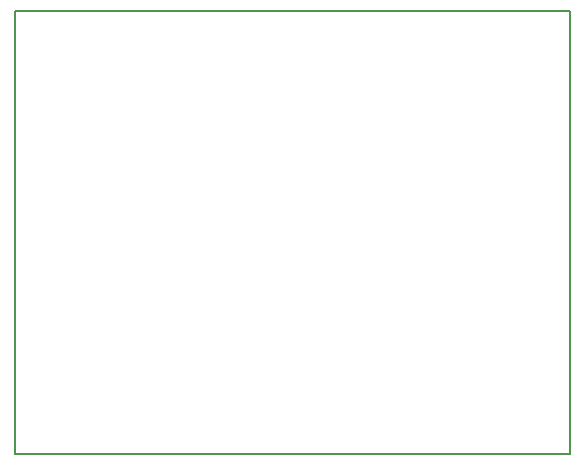
<source format=gm1>
G04 #@! TF.FileFunction,Profile,NP*
%FSLAX46Y46*%
G04 Gerber Fmt 4.6, Leading zero omitted, Abs format (unit mm)*
G04 Created by KiCad (PCBNEW 4.0.6) date Sat Aug  5 17:49:28 2017*
%MOMM*%
%LPD*%
G01*
G04 APERTURE LIST*
%ADD10C,0.100000*%
%ADD11C,0.150000*%
G04 APERTURE END LIST*
D10*
D11*
X62865000Y-108585000D02*
X62865000Y-146050000D01*
X109855000Y-108585000D02*
X62865000Y-108585000D01*
X109855000Y-146050000D02*
X109855000Y-108585000D01*
X62865000Y-146050000D02*
X109855000Y-146050000D01*
M02*

</source>
